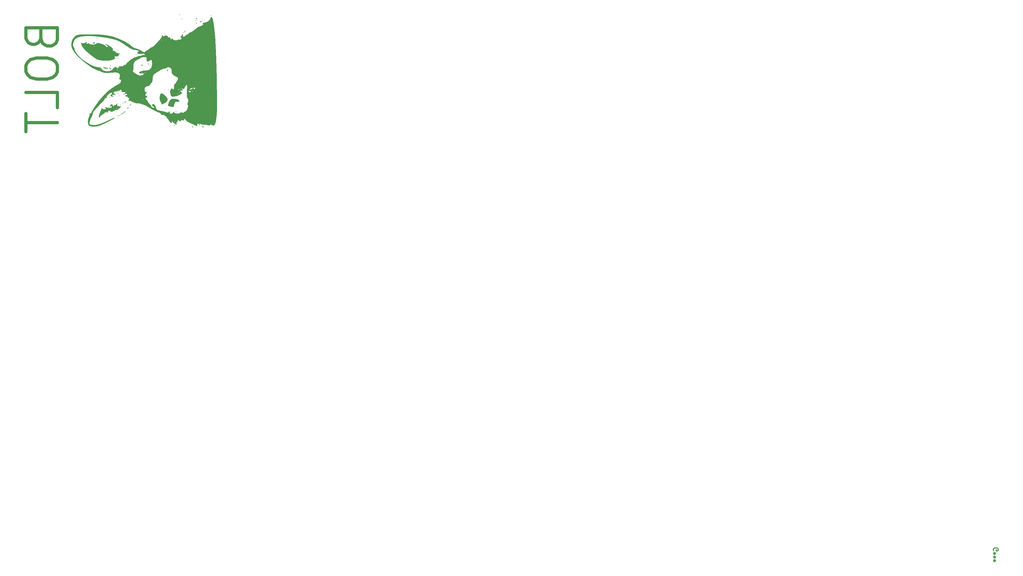
<source format=gbr>
%TF.GenerationSoftware,KiCad,Pcbnew,7.0.5*%
%TF.CreationDate,2025-02-11T02:47:10-05:00*%
%TF.ProjectId,ssr_load_switch,7373725f-6c6f-4616-945f-737769746368,rev?*%
%TF.SameCoordinates,Original*%
%TF.FileFunction,Legend,Bot*%
%TF.FilePolarity,Positive*%
%FSLAX46Y46*%
G04 Gerber Fmt 4.6, Leading zero omitted, Abs format (unit mm)*
G04 Created by KiCad (PCBNEW 7.0.5) date 2025-02-11 02:47:10*
%MOMM*%
%LPD*%
G01*
G04 APERTURE LIST*
%ADD10C,1.000000*%
%ADD11C,0.300000*%
G04 APERTURE END LIST*
D10*
X45086095Y-30502179D02*
X45562285Y-31930751D01*
X45562285Y-31930751D02*
X46038476Y-32406941D01*
X46038476Y-32406941D02*
X46990857Y-32883132D01*
X46990857Y-32883132D02*
X48419428Y-32883132D01*
X48419428Y-32883132D02*
X49371809Y-32406941D01*
X49371809Y-32406941D02*
X49848000Y-31930751D01*
X49848000Y-31930751D02*
X50324190Y-30978370D01*
X50324190Y-30978370D02*
X50324190Y-27168846D01*
X50324190Y-27168846D02*
X40324190Y-27168846D01*
X40324190Y-27168846D02*
X40324190Y-30502179D01*
X40324190Y-30502179D02*
X40800380Y-31454560D01*
X40800380Y-31454560D02*
X41276571Y-31930751D01*
X41276571Y-31930751D02*
X42228952Y-32406941D01*
X42228952Y-32406941D02*
X43181333Y-32406941D01*
X43181333Y-32406941D02*
X44133714Y-31930751D01*
X44133714Y-31930751D02*
X44609904Y-31454560D01*
X44609904Y-31454560D02*
X45086095Y-30502179D01*
X45086095Y-30502179D02*
X45086095Y-27168846D01*
X40324190Y-39073608D02*
X40324190Y-40978370D01*
X40324190Y-40978370D02*
X40800380Y-41930751D01*
X40800380Y-41930751D02*
X41752761Y-42883132D01*
X41752761Y-42883132D02*
X43657523Y-43359322D01*
X43657523Y-43359322D02*
X46990857Y-43359322D01*
X46990857Y-43359322D02*
X48895619Y-42883132D01*
X48895619Y-42883132D02*
X49848000Y-41930751D01*
X49848000Y-41930751D02*
X50324190Y-40978370D01*
X50324190Y-40978370D02*
X50324190Y-39073608D01*
X50324190Y-39073608D02*
X49848000Y-38121227D01*
X49848000Y-38121227D02*
X48895619Y-37168846D01*
X48895619Y-37168846D02*
X46990857Y-36692655D01*
X46990857Y-36692655D02*
X43657523Y-36692655D01*
X43657523Y-36692655D02*
X41752761Y-37168846D01*
X41752761Y-37168846D02*
X40800380Y-38121227D01*
X40800380Y-38121227D02*
X40324190Y-39073608D01*
X50324190Y-52406941D02*
X50324190Y-47645036D01*
X50324190Y-47645036D02*
X40324190Y-47645036D01*
X40324190Y-54311702D02*
X40324190Y-60025988D01*
X50324190Y-57168845D02*
X40324190Y-57168845D01*
D11*
%TO.C,G\u002A\u002A\u002A*%
X347254076Y-192796019D02*
X347182647Y-192653162D01*
X347182647Y-192653162D02*
X347182647Y-192438876D01*
X347182647Y-192438876D02*
X347254076Y-192224590D01*
X347254076Y-192224590D02*
X347396933Y-192081733D01*
X347396933Y-192081733D02*
X347539790Y-192010304D01*
X347539790Y-192010304D02*
X347825504Y-191938876D01*
X347825504Y-191938876D02*
X348039790Y-191938876D01*
X348039790Y-191938876D02*
X348325504Y-192010304D01*
X348325504Y-192010304D02*
X348468361Y-192081733D01*
X348468361Y-192081733D02*
X348611219Y-192224590D01*
X348611219Y-192224590D02*
X348682647Y-192438876D01*
X348682647Y-192438876D02*
X348682647Y-192581733D01*
X348682647Y-192581733D02*
X348611219Y-192796019D01*
X348611219Y-192796019D02*
X348539790Y-192867447D01*
X348539790Y-192867447D02*
X348039790Y-192867447D01*
X348039790Y-192867447D02*
X348039790Y-192581733D01*
X347182647Y-193724590D02*
X347539790Y-193724590D01*
X347396933Y-193367447D02*
X347539790Y-193724590D01*
X347539790Y-193724590D02*
X347396933Y-194081733D01*
X347825504Y-193510304D02*
X347539790Y-193724590D01*
X347539790Y-193724590D02*
X347825504Y-193938876D01*
X347182647Y-194867447D02*
X347539790Y-194867447D01*
X347396933Y-194510304D02*
X347539790Y-194867447D01*
X347539790Y-194867447D02*
X347396933Y-195224590D01*
X347825504Y-194653161D02*
X347539790Y-194867447D01*
X347539790Y-194867447D02*
X347825504Y-195081733D01*
X347182647Y-196010304D02*
X347539790Y-196010304D01*
X347396933Y-195653161D02*
X347539790Y-196010304D01*
X347539790Y-196010304D02*
X347396933Y-196367447D01*
X347825504Y-195796018D02*
X347539790Y-196010304D01*
X347539790Y-196010304D02*
X347825504Y-196224590D01*
G36*
X89140489Y-22937659D02*
G01*
X89005383Y-23072766D01*
X88870277Y-22937659D01*
X89005383Y-22802553D01*
X89140489Y-22937659D01*
G37*
G36*
X99138362Y-23207872D02*
G01*
X99003255Y-23342979D01*
X98868149Y-23207872D01*
X99003255Y-23072766D01*
X99138362Y-23207872D01*
G37*
G36*
X89951128Y-24288723D02*
G01*
X89816021Y-24423830D01*
X89680915Y-24288723D01*
X89816021Y-24153617D01*
X89951128Y-24288723D01*
G37*
G36*
X96436234Y-24558936D02*
G01*
X96301128Y-24694042D01*
X96166021Y-24558936D01*
X96301128Y-24423830D01*
X96436234Y-24558936D01*
G37*
G36*
X94274532Y-24829149D02*
G01*
X94139425Y-24964255D01*
X94004319Y-24829149D01*
X94139425Y-24694042D01*
X94274532Y-24829149D01*
G37*
G36*
X94544745Y-25639787D02*
G01*
X94409638Y-25774894D01*
X94274532Y-25639787D01*
X94409638Y-25504681D01*
X94544745Y-25639787D01*
G37*
G36*
X84546872Y-29152553D02*
G01*
X84411766Y-29287659D01*
X84276659Y-29152553D01*
X84411766Y-29017447D01*
X84546872Y-29152553D01*
G37*
G36*
X75359638Y-35637659D02*
G01*
X75224532Y-35772766D01*
X75089425Y-35637659D01*
X75224532Y-35502553D01*
X75359638Y-35637659D01*
G37*
G36*
X70225596Y-35907872D02*
G01*
X70090489Y-36042979D01*
X69955383Y-35907872D01*
X70090489Y-35772766D01*
X70225596Y-35907872D01*
G37*
G36*
X69685170Y-36718511D02*
G01*
X69550064Y-36853617D01*
X69414957Y-36718511D01*
X69550064Y-36583404D01*
X69685170Y-36718511D01*
G37*
G36*
X79953255Y-38880213D02*
G01*
X79818149Y-39015319D01*
X79683042Y-38880213D01*
X79818149Y-38745106D01*
X79953255Y-38880213D01*
G37*
G36*
X67253255Y-39150425D02*
G01*
X67118149Y-39285532D01*
X66983042Y-39150425D01*
X67118149Y-39015319D01*
X67253255Y-39150425D01*
G37*
G36*
X85627723Y-46716383D02*
G01*
X85492617Y-46851489D01*
X85357511Y-46716383D01*
X85492617Y-46581277D01*
X85627723Y-46716383D01*
G37*
G36*
X69685170Y-48067447D02*
G01*
X69550064Y-48202553D01*
X69414957Y-48067447D01*
X69550064Y-47932340D01*
X69685170Y-48067447D01*
G37*
G36*
X69955383Y-48607872D02*
G01*
X69820277Y-48742979D01*
X69685170Y-48607872D01*
X69820277Y-48472766D01*
X69955383Y-48607872D01*
G37*
G36*
X66983042Y-49148298D02*
G01*
X66847936Y-49283404D01*
X66712830Y-49148298D01*
X66847936Y-49013191D01*
X66983042Y-49148298D01*
G37*
G36*
X71306447Y-51039787D02*
G01*
X71171340Y-51174894D01*
X71036234Y-51039787D01*
X71171340Y-50904681D01*
X71306447Y-51039787D01*
G37*
G36*
X70495808Y-51580213D02*
G01*
X70360702Y-51715319D01*
X70225596Y-51580213D01*
X70360702Y-51445106D01*
X70495808Y-51580213D01*
G37*
G36*
X66712830Y-52390851D02*
G01*
X66577723Y-52525957D01*
X66442617Y-52390851D01*
X66577723Y-52255745D01*
X66712830Y-52390851D01*
G37*
G36*
X84817085Y-52661064D02*
G01*
X84681979Y-52796170D01*
X84546872Y-52661064D01*
X84681979Y-52525957D01*
X84817085Y-52661064D01*
G37*
G36*
X88059638Y-53741915D02*
G01*
X87924532Y-53877021D01*
X87789425Y-53741915D01*
X87924532Y-53606808D01*
X88059638Y-53741915D01*
G37*
G36*
X69955383Y-54822766D02*
G01*
X69820277Y-54957872D01*
X69685170Y-54822766D01*
X69820277Y-54687659D01*
X69955383Y-54822766D01*
G37*
G36*
X69414957Y-55092979D02*
G01*
X69279851Y-55228085D01*
X69144745Y-55092979D01*
X69279851Y-54957872D01*
X69414957Y-55092979D01*
G37*
G36*
X88600064Y-57254681D02*
G01*
X88464957Y-57389787D01*
X88329851Y-57254681D01*
X88464957Y-57119574D01*
X88600064Y-57254681D01*
G37*
G36*
X87519213Y-58065319D02*
G01*
X87384106Y-58200425D01*
X87249000Y-58065319D01*
X87384106Y-57930213D01*
X87519213Y-58065319D01*
G37*
G36*
X94661187Y-24194056D02*
G01*
X94741775Y-24316870D01*
X94646177Y-24370416D01*
X94223867Y-24338203D01*
X94098794Y-24240941D01*
X94387120Y-24174950D01*
X94661187Y-24194056D01*
G37*
G36*
X79285667Y-38494394D02*
G01*
X79322759Y-38655035D01*
X79283154Y-38687375D01*
X78962475Y-38655035D01*
X78920201Y-38573760D01*
X79142617Y-38474894D01*
X79285667Y-38494394D01*
G37*
G36*
X85336178Y-40478972D02*
G01*
X85317072Y-40753038D01*
X85194257Y-40833626D01*
X85140711Y-40738028D01*
X85172924Y-40315718D01*
X85270187Y-40190645D01*
X85336178Y-40478972D01*
G37*
G36*
X96063295Y-24978523D02*
G01*
X96127010Y-25119519D01*
X95746668Y-25337570D01*
X95535895Y-25384923D01*
X95492402Y-25231373D01*
X95545342Y-25160505D01*
X95911756Y-24964255D01*
X96063295Y-24978523D01*
G37*
G36*
X62361213Y-31883109D02*
G01*
X61992760Y-32084183D01*
X61791635Y-32131822D01*
X61471054Y-32034078D01*
X61497211Y-31908195D01*
X61867720Y-31792460D01*
X62207520Y-31786892D01*
X62361213Y-31883109D01*
G37*
G36*
X77233150Y-38869102D02*
G01*
X77411213Y-38996188D01*
X77485112Y-39177706D01*
X77104367Y-39108563D01*
X76907353Y-39007089D01*
X76816177Y-38819773D01*
X76879492Y-38786043D01*
X77233150Y-38869102D01*
G37*
G36*
X67090895Y-39882857D02*
G01*
X67287225Y-40094480D01*
X67379086Y-40325888D01*
X67195703Y-40346050D01*
X66876509Y-40124060D01*
X66712830Y-39799357D01*
X66785971Y-39710616D01*
X67090895Y-39882857D01*
G37*
G36*
X73711235Y-51365264D02*
G01*
X73438041Y-51730872D01*
X73224249Y-51831703D01*
X73259904Y-51631333D01*
X73581983Y-51236013D01*
X73855265Y-50980543D01*
X73941980Y-50959790D01*
X73711235Y-51365264D01*
G37*
G36*
X93151931Y-58309729D02*
G01*
X93206936Y-58345628D01*
X93455795Y-58612615D01*
X93344734Y-58740851D01*
X93283957Y-58716697D01*
X93032771Y-58428888D01*
X92967025Y-58277881D01*
X93151931Y-58309729D01*
G37*
G36*
X96394484Y-58309729D02*
G01*
X96514520Y-58393141D01*
X96706447Y-58621692D01*
X96703816Y-58659467D01*
X96547400Y-58718974D01*
X96275325Y-58428888D01*
X96209579Y-58277881D01*
X96394484Y-58309729D01*
G37*
G36*
X90977373Y-27941032D02*
G01*
X90979201Y-28117084D01*
X90559106Y-28511488D01*
X90363321Y-28662435D01*
X90223393Y-28729534D01*
X90457086Y-28409468D01*
X90704401Y-28121252D01*
X90929958Y-27936596D01*
X90977373Y-27941032D01*
G37*
G36*
X72117085Y-50467467D02*
G01*
X72104926Y-50514976D01*
X71846872Y-50769574D01*
X71751203Y-50819905D01*
X71576659Y-50801469D01*
X71588818Y-50753960D01*
X71846872Y-50499362D01*
X71942542Y-50449031D01*
X72117085Y-50467467D01*
G37*
G36*
X72927723Y-52358957D02*
G01*
X72915564Y-52406465D01*
X72657511Y-52661064D01*
X72561841Y-52711394D01*
X72387298Y-52692958D01*
X72399457Y-52645449D01*
X72657511Y-52390851D01*
X72753180Y-52340521D01*
X72927723Y-52358957D01*
G37*
G36*
X71861291Y-53588138D02*
G01*
X71517860Y-53944574D01*
X71376504Y-54077328D01*
X70818067Y-54509332D01*
X70423992Y-54679443D01*
X70339111Y-54599283D01*
X70630915Y-54372327D01*
X71065133Y-54106171D01*
X71724783Y-53637459D01*
X71855527Y-53541114D01*
X71861291Y-53588138D01*
G37*
G36*
X65248759Y-39661941D02*
G01*
X65465192Y-39731169D01*
X66059398Y-39825957D01*
X66223665Y-39839497D01*
X66442617Y-39965356D01*
X66442520Y-39967511D01*
X66200326Y-40046056D01*
X65631979Y-40042986D01*
X65623673Y-40042341D01*
X65056732Y-39927351D01*
X64821340Y-39739571D01*
X64887023Y-39636458D01*
X65248759Y-39661941D01*
G37*
G36*
X83725328Y-48002810D02*
G01*
X84344213Y-48487495D01*
X84944424Y-49061859D01*
X85304410Y-49738866D01*
X85148603Y-50340296D01*
X84479319Y-50907642D01*
X84361779Y-50978396D01*
X83655110Y-51348026D01*
X83290765Y-51425206D01*
X83316651Y-51197972D01*
X83351101Y-51117183D01*
X83210186Y-50860206D01*
X83047465Y-50708233D01*
X82851052Y-50151536D01*
X82761297Y-49396453D01*
X82796327Y-48652715D01*
X82974263Y-48130057D01*
X83119245Y-47953663D01*
X83365678Y-47837565D01*
X83725328Y-48002810D01*
G37*
G36*
X87722737Y-49670050D02*
G01*
X88463084Y-49845488D01*
X88894450Y-50123903D01*
X89013214Y-50310616D01*
X89136161Y-50499362D01*
X88962113Y-50509576D01*
X88447224Y-50539422D01*
X87869021Y-50609928D01*
X87550126Y-50855431D01*
X87384106Y-51445106D01*
X87285440Y-51847397D01*
X87141689Y-52182913D01*
X87101326Y-52207737D01*
X86697984Y-52217601D01*
X86113089Y-52101767D01*
X85586358Y-51920526D01*
X85357511Y-51734171D01*
X85410448Y-51356991D01*
X85666345Y-50656285D01*
X86032325Y-50034216D01*
X86393393Y-49714945D01*
X86900833Y-49634776D01*
X87722737Y-49670050D01*
G37*
G36*
X59579381Y-31804797D02*
G01*
X59558139Y-31873894D01*
X59570834Y-32171625D01*
X59959211Y-32124354D01*
X60287186Y-32076235D01*
X60497936Y-32222421D01*
X60525932Y-32281969D01*
X60902429Y-32413908D01*
X61578025Y-32443290D01*
X61800580Y-32427088D01*
X61984106Y-32387280D01*
X62416169Y-32293562D01*
X62658876Y-32082638D01*
X62805987Y-31944871D01*
X63301310Y-31959074D01*
X63999276Y-32128634D01*
X64746137Y-32404392D01*
X65388145Y-32737190D01*
X65771554Y-33077869D01*
X65820892Y-33142817D01*
X66230231Y-33340851D01*
X66235585Y-33340754D01*
X66286828Y-33167724D01*
X66011624Y-32763459D01*
X65496872Y-32186067D01*
X66429404Y-32663393D01*
X67363779Y-33218325D01*
X67892782Y-33753972D01*
X67902693Y-34216970D01*
X67832456Y-34362846D01*
X67914229Y-34370420D01*
X68216499Y-34388719D01*
X68684035Y-34708186D01*
X69193218Y-35058658D01*
X69803675Y-35253673D01*
X70080023Y-35298414D01*
X70022936Y-35411297D01*
X69886928Y-35499224D01*
X69685170Y-35935675D01*
X69543207Y-36190198D01*
X68996343Y-36198852D01*
X68710025Y-36157021D01*
X68428286Y-36238084D01*
X68484867Y-36632726D01*
X68548465Y-36984989D01*
X68363055Y-37006615D01*
X68232223Y-36956369D01*
X68063894Y-37123830D01*
X68042277Y-37228547D01*
X67793681Y-37258936D01*
X67690990Y-37214539D01*
X67523468Y-37344685D01*
X67508799Y-37374697D01*
X67149135Y-37475310D01*
X66395705Y-37525394D01*
X65366090Y-37515633D01*
X65080964Y-37504081D01*
X64027862Y-37429488D01*
X63281265Y-37279907D01*
X62648709Y-37000330D01*
X61937728Y-36535746D01*
X60905712Y-35761610D01*
X59721211Y-34742742D01*
X58774907Y-33775253D01*
X58130780Y-32935532D01*
X61849000Y-32935532D01*
X61984106Y-33070638D01*
X62119213Y-32935532D01*
X61984106Y-32800425D01*
X61849000Y-32935532D01*
X58130780Y-32935532D01*
X58119736Y-32921135D01*
X57808636Y-32242380D01*
X57894544Y-31800981D01*
X57954039Y-31759588D01*
X58066021Y-31919454D01*
X58184211Y-32061384D01*
X58601614Y-32065011D01*
X59116217Y-31898283D01*
X59510128Y-31608170D01*
X59624879Y-31519302D01*
X59579381Y-31804797D01*
G37*
G36*
X69347448Y-51076319D02*
G01*
X69281947Y-51580213D01*
X69269038Y-51657535D01*
X69231602Y-52064331D01*
X69304512Y-52041807D01*
X69489490Y-51836917D01*
X69846554Y-52007340D01*
X70073843Y-52138215D01*
X70576097Y-52086171D01*
X70583180Y-52081428D01*
X70659743Y-52060185D01*
X70373437Y-52323203D01*
X69814393Y-52795687D01*
X69393447Y-53119505D01*
X69174710Y-53213127D01*
X69044961Y-53146741D01*
X68924380Y-53104470D01*
X68543296Y-53259063D01*
X68104676Y-53503386D01*
X67595414Y-53671765D01*
X67205422Y-53718323D01*
X67123616Y-53597962D01*
X67103121Y-53469493D01*
X66737390Y-53409041D01*
X66450204Y-53470115D01*
X66330638Y-53644229D01*
X66355288Y-53721102D01*
X66176812Y-54009403D01*
X66060814Y-54049352D01*
X65902191Y-53842017D01*
X65902004Y-53832859D01*
X65744270Y-53768646D01*
X65370907Y-54075172D01*
X64887963Y-54491066D01*
X64286132Y-54821110D01*
X63977817Y-54983313D01*
X63887619Y-55247539D01*
X63912231Y-55370184D01*
X63644627Y-55498298D01*
X63540648Y-55488186D01*
X63412776Y-55337435D01*
X63480609Y-54916799D01*
X63753012Y-54112973D01*
X63924770Y-53654958D01*
X64263865Y-52852471D01*
X64477092Y-52520726D01*
X64551128Y-52683581D01*
X64706847Y-52843722D01*
X65203681Y-52931277D01*
X65389011Y-52927243D01*
X65683564Y-52831501D01*
X65599630Y-52661064D01*
X68874532Y-52661064D01*
X69009638Y-52796170D01*
X69144745Y-52661064D01*
X69009638Y-52525957D01*
X68874532Y-52661064D01*
X65599630Y-52661064D01*
X65541447Y-52542918D01*
X65463787Y-52443746D01*
X65403491Y-52263248D01*
X65767085Y-52372444D01*
X66379640Y-52537327D01*
X67050317Y-52545801D01*
X67507590Y-52375238D01*
X67595208Y-52052947D01*
X67441554Y-51813491D01*
X67219789Y-52030429D01*
X67098697Y-52180103D01*
X66991318Y-52120638D01*
X67024605Y-51937709D01*
X67253255Y-51445106D01*
X67444742Y-51216275D01*
X67519330Y-51393500D01*
X67556899Y-51538043D01*
X67835431Y-51554410D01*
X67986438Y-51488664D01*
X67954590Y-51673569D01*
X67898495Y-51814881D01*
X68047946Y-51985532D01*
X68126838Y-51974403D01*
X68334106Y-51699372D01*
X68350869Y-51607679D01*
X68587712Y-51569949D01*
X68796048Y-51568633D01*
X69009638Y-51364773D01*
X69131849Y-51248130D01*
X69266059Y-51048330D01*
X69347448Y-51076319D01*
G37*
G36*
X99332983Y-23798078D02*
G01*
X99560781Y-24330886D01*
X99732623Y-25120450D01*
X99733314Y-25125316D01*
X99966911Y-26826060D01*
X100155735Y-28358620D01*
X100306787Y-29824223D01*
X100427071Y-31324096D01*
X100523590Y-32959469D01*
X100603345Y-34831567D01*
X100673340Y-37041618D01*
X100740578Y-39690851D01*
X100746767Y-39954543D01*
X100818227Y-43059379D01*
X100874717Y-45679947D01*
X100916027Y-47868161D01*
X100941950Y-49675935D01*
X100952279Y-51155181D01*
X100946806Y-52357813D01*
X100925322Y-53335744D01*
X100887620Y-54140887D01*
X100833492Y-54825156D01*
X100762730Y-55440464D01*
X100675126Y-56038723D01*
X100557280Y-56723959D01*
X100335553Y-57584872D01*
X100050131Y-58013919D01*
X99638513Y-58080394D01*
X99038200Y-57853592D01*
X98702521Y-57734895D01*
X98723075Y-57914085D01*
X98747307Y-57957845D01*
X98669569Y-58105990D01*
X98147705Y-58019519D01*
X97494429Y-57896765D01*
X96706447Y-57849725D01*
X96207265Y-57802886D01*
X95641279Y-57568590D01*
X95375856Y-57391179D01*
X95454567Y-57592447D01*
X95516752Y-57755595D01*
X95371330Y-57930213D01*
X95292439Y-57919084D01*
X95085170Y-57644053D01*
X95058561Y-57540834D01*
X94796536Y-57536279D01*
X94686736Y-57647561D01*
X94647652Y-58078847D01*
X94660399Y-58301960D01*
X94328307Y-58238161D01*
X93020872Y-57634064D01*
X91977216Y-57090157D01*
X91297918Y-56640507D01*
X90906240Y-56240312D01*
X90716518Y-55981116D01*
X90532839Y-55843609D01*
X90491553Y-56131915D01*
X90491478Y-56146828D01*
X90365608Y-56475601D01*
X89917289Y-56433303D01*
X89576128Y-56370839D01*
X89500084Y-56505164D01*
X89526564Y-56628399D01*
X89263709Y-56759291D01*
X89088960Y-56735711D01*
X88870277Y-56534113D01*
X88859612Y-56473312D01*
X88584117Y-56308936D01*
X88486381Y-56330152D01*
X88464957Y-56579149D01*
X88507179Y-56683819D01*
X88345798Y-56849362D01*
X88141039Y-57052704D01*
X88028293Y-57592447D01*
X88024230Y-57675642D01*
X87967775Y-58027839D01*
X87870494Y-57847706D01*
X87745331Y-57593010D01*
X87428967Y-57466543D01*
X87114876Y-57342537D01*
X86858307Y-56984468D01*
X87249000Y-56984468D01*
X87384106Y-57119574D01*
X87519213Y-56984468D01*
X87384106Y-56849362D01*
X87249000Y-56984468D01*
X86858307Y-56984468D01*
X86778807Y-56873517D01*
X86625666Y-56563759D01*
X86525680Y-56435992D01*
X86593817Y-56780108D01*
X86603185Y-57178449D01*
X86379095Y-57255076D01*
X86015179Y-56992468D01*
X85620053Y-56429711D01*
X85315692Y-55981037D01*
X85025690Y-55768511D01*
X84947354Y-55748424D01*
X84952191Y-55498298D01*
X84977611Y-55359082D01*
X84697926Y-55228085D01*
X84496122Y-55190968D01*
X84276659Y-54926357D01*
X84169153Y-54772144D01*
X83736234Y-54765953D01*
X83394423Y-54792777D01*
X83195808Y-54527256D01*
X83160258Y-54362496D01*
X82838474Y-54147234D01*
X82628116Y-54094243D01*
X81998497Y-53823210D01*
X81120364Y-53381628D01*
X80124732Y-52836570D01*
X79142617Y-52255111D01*
X79035203Y-52190123D01*
X78114696Y-51722822D01*
X77131186Y-51342225D01*
X76262214Y-51108569D01*
X75685323Y-51082093D01*
X75657798Y-51088600D01*
X74985775Y-51022382D01*
X74159383Y-50644173D01*
X73982531Y-50540973D01*
X73307976Y-50262180D01*
X72865098Y-50262026D01*
X72695928Y-50308802D01*
X72898676Y-50004276D01*
X72930203Y-49958936D01*
X77251128Y-49958936D01*
X77386234Y-50094042D01*
X77521340Y-49958936D01*
X77386234Y-49823830D01*
X77251128Y-49958936D01*
X72930203Y-49958936D01*
X73108218Y-49702930D01*
X73168888Y-49470584D01*
X73162661Y-49466624D01*
X72848597Y-49296998D01*
X72277809Y-49004241D01*
X72041022Y-48878085D01*
X72387298Y-48878085D01*
X72522404Y-49013191D01*
X72657511Y-48878085D01*
X72522404Y-48742979D01*
X72387298Y-48878085D01*
X72041022Y-48878085D01*
X72040474Y-48877793D01*
X71753903Y-48643149D01*
X71940043Y-48520506D01*
X72164451Y-48442644D01*
X72387298Y-48182740D01*
X72347072Y-48000009D01*
X72089830Y-47968588D01*
X71491342Y-48217460D01*
X71214694Y-48347919D01*
X71077355Y-48376472D01*
X71374000Y-48120118D01*
X71781883Y-47697294D01*
X71767622Y-47472510D01*
X71328240Y-47520104D01*
X70900116Y-47521476D01*
X70618466Y-47082480D01*
X70596810Y-47019736D01*
X78001966Y-47019736D01*
X78193050Y-47490904D01*
X78569135Y-47542030D01*
X78680565Y-47504548D01*
X78861653Y-47484888D01*
X78602191Y-47729995D01*
X78518414Y-47805065D01*
X78200991Y-48232904D01*
X78135887Y-48579877D01*
X78365755Y-48675425D01*
X78494316Y-48676009D01*
X78793592Y-48945638D01*
X78790521Y-49125259D01*
X78470302Y-49283404D01*
X78299349Y-49288157D01*
X78168711Y-49384478D01*
X78447784Y-49708024D01*
X78702578Y-50000299D01*
X78872404Y-50318764D01*
X78880731Y-50356651D01*
X79111163Y-50717055D01*
X79558871Y-51245208D01*
X79690766Y-51392113D01*
X80009800Y-51816842D01*
X80031744Y-51989670D01*
X79979742Y-52030572D01*
X80164231Y-52211924D01*
X80514542Y-52419864D01*
X80831447Y-52521820D01*
X80886206Y-52512258D01*
X81034106Y-52239797D01*
X81019998Y-52152444D01*
X80792208Y-52103139D01*
X80768738Y-52115472D01*
X80506467Y-52018887D01*
X80343317Y-51673620D01*
X80412721Y-51345925D01*
X80617248Y-51268234D01*
X81034593Y-51445262D01*
X81410927Y-51862528D01*
X81574532Y-52368843D01*
X81595967Y-52594730D01*
X81839091Y-52994790D01*
X82430403Y-53280051D01*
X83466021Y-53508421D01*
X84050489Y-53634120D01*
X84868608Y-53865593D01*
X85077963Y-53929848D01*
X85521645Y-53953219D01*
X85715455Y-53654717D01*
X85722008Y-53630378D01*
X85816174Y-53455615D01*
X85866591Y-53809468D01*
X86023888Y-54303020D01*
X86433211Y-54359868D01*
X87071512Y-53944574D01*
X87071805Y-53944318D01*
X87395354Y-53709803D01*
X87414607Y-53809468D01*
X87348014Y-53969052D01*
X87384106Y-54051527D01*
X87435712Y-54169454D01*
X87774265Y-54215920D01*
X88397404Y-54313804D01*
X88909513Y-54324244D01*
X89140489Y-54127185D01*
X89279933Y-53954688D01*
X89816021Y-53987982D01*
X90269413Y-54035260D01*
X90491553Y-53882169D01*
X90530028Y-53762440D01*
X90875917Y-53606808D01*
X91088852Y-53506860D01*
X91408348Y-53054106D01*
X91651763Y-52424350D01*
X91746065Y-51827489D01*
X91618219Y-51473422D01*
X91493926Y-51336860D01*
X91582530Y-50897549D01*
X91762992Y-50498975D01*
X91807858Y-49843000D01*
X91539776Y-49398345D01*
X91406701Y-49146731D01*
X91328144Y-48356434D01*
X91357305Y-47227899D01*
X91842617Y-47227899D01*
X91892400Y-47297838D01*
X92247936Y-47489631D01*
X92455187Y-47532109D01*
X92653255Y-47383434D01*
X92607594Y-47263113D01*
X92591558Y-47256808D01*
X92923468Y-47256808D01*
X93058574Y-47391915D01*
X93193681Y-47256808D01*
X93058574Y-47121702D01*
X92923468Y-47256808D01*
X92591558Y-47256808D01*
X92247936Y-47121702D01*
X92063268Y-47133440D01*
X91842617Y-47227899D01*
X91357305Y-47227899D01*
X91361788Y-47054423D01*
X91381187Y-46700593D01*
X92112830Y-46700593D01*
X92219742Y-46732346D01*
X92247936Y-46727613D01*
X92653255Y-46659570D01*
X92968678Y-46530108D01*
X93058574Y-46426203D01*
X93158189Y-46311064D01*
X93463894Y-46311064D01*
X93471746Y-46375651D01*
X93734106Y-46581277D01*
X93798694Y-46573424D01*
X94004319Y-46311064D01*
X93996467Y-46246476D01*
X93734106Y-46040851D01*
X93669519Y-46048703D01*
X93463894Y-46311064D01*
X93158189Y-46311064D01*
X93193681Y-46270041D01*
X93068819Y-46178143D01*
X92653255Y-46311064D01*
X92318905Y-46511645D01*
X92112830Y-46700593D01*
X91381187Y-46700593D01*
X91412675Y-46126264D01*
X91427453Y-45459781D01*
X91375191Y-45190727D01*
X91237279Y-45242078D01*
X90995105Y-45536812D01*
X90652421Y-46045380D01*
X90497562Y-46407527D01*
X90422489Y-46505904D01*
X90048014Y-46468894D01*
X89979896Y-46443418D01*
X89750106Y-46414915D01*
X89936962Y-46699315D01*
X90028357Y-46814833D01*
X90079667Y-47018141D01*
X89680915Y-46986596D01*
X89475122Y-46951188D01*
X89248564Y-46993528D01*
X89454201Y-47309221D01*
X89666453Y-47581886D01*
X89816021Y-47833561D01*
X89636622Y-48072055D01*
X89091294Y-48398982D01*
X88351525Y-48702226D01*
X87593192Y-48897597D01*
X86985802Y-48967011D01*
X86543239Y-48884174D01*
X86311123Y-48568502D01*
X86230889Y-48356985D01*
X86159164Y-48067447D01*
X88329851Y-48067447D01*
X88464957Y-48202553D01*
X88600064Y-48067447D01*
X88464957Y-47932340D01*
X88329851Y-48067447D01*
X86159164Y-48067447D01*
X86052099Y-47635254D01*
X86049948Y-47527021D01*
X88870277Y-47527021D01*
X89005383Y-47662128D01*
X89140489Y-47527021D01*
X89005383Y-47391915D01*
X88870277Y-47527021D01*
X86049948Y-47527021D01*
X86040986Y-47076095D01*
X86207890Y-46851489D01*
X86297327Y-46828968D01*
X86299118Y-46574582D01*
X86258145Y-46472060D01*
X86398804Y-46367919D01*
X86729181Y-46462532D01*
X87042203Y-46716383D01*
X87126283Y-46754070D01*
X87143125Y-46716383D01*
X88600064Y-46716383D01*
X88735170Y-46851489D01*
X88870277Y-46716383D01*
X88735170Y-46581277D01*
X88600064Y-46716383D01*
X87143125Y-46716383D01*
X87244132Y-46490358D01*
X87248749Y-46446170D01*
X89140489Y-46446170D01*
X89275596Y-46581277D01*
X89410702Y-46446170D01*
X89275596Y-46311064D01*
X89140489Y-46446170D01*
X87248749Y-46446170D01*
X87300689Y-45949121D01*
X87269170Y-45297766D01*
X87269389Y-45169383D01*
X87449108Y-44960000D01*
X87483788Y-44952808D01*
X87781098Y-44675661D01*
X88151163Y-44143779D01*
X88464957Y-43563057D01*
X88466610Y-43559998D01*
X88600064Y-43127154D01*
X88598349Y-43109398D01*
X88340994Y-42828320D01*
X87779099Y-42523808D01*
X87085545Y-42105442D01*
X86572486Y-41398367D01*
X86527926Y-40593496D01*
X86462981Y-40152259D01*
X86061989Y-39762402D01*
X85513344Y-39600318D01*
X85025926Y-39779245D01*
X84744915Y-39957833D01*
X84123951Y-40096170D01*
X83558795Y-40228440D01*
X82894483Y-40597196D01*
X82256259Y-41040123D01*
X81462291Y-41506353D01*
X81015330Y-41798017D01*
X80706227Y-42282538D01*
X80564430Y-43095685D01*
X80528728Y-43413421D01*
X80406036Y-44083994D01*
X80271351Y-44415784D01*
X80110530Y-44594904D01*
X79802079Y-45073895D01*
X79513130Y-45389385D01*
X78899060Y-45638545D01*
X78428175Y-45747589D01*
X78012664Y-46205661D01*
X78001966Y-47019736D01*
X70596810Y-47019736D01*
X70520798Y-46799500D01*
X70355401Y-46646867D01*
X70076092Y-46960589D01*
X69802079Y-47212255D01*
X69232142Y-47287484D01*
X68924638Y-47247111D01*
X68334106Y-47403218D01*
X68186759Y-47512964D01*
X68114489Y-47753279D01*
X68469213Y-48100529D01*
X68786201Y-48358014D01*
X68828655Y-48461244D01*
X68424400Y-48354615D01*
X68027839Y-48307416D01*
X67665368Y-48461774D01*
X67623269Y-48578754D01*
X67822769Y-48742979D01*
X67943465Y-48754881D01*
X68012498Y-48884445D01*
X67880756Y-48932784D01*
X67433981Y-48858200D01*
X67258801Y-48783907D01*
X67141607Y-48602710D01*
X67431495Y-48255924D01*
X67670362Y-47927248D01*
X67583493Y-47735598D01*
X67184045Y-47784963D01*
X66574233Y-48094581D01*
X66114524Y-48511957D01*
X65986747Y-49037135D01*
X66004555Y-49332995D01*
X65736501Y-49369384D01*
X65554787Y-49340099D01*
X65361766Y-49545892D01*
X65297167Y-49741702D01*
X65012057Y-50152001D01*
X64460826Y-50790911D01*
X63601628Y-51706353D01*
X62392619Y-52946250D01*
X62202723Y-53149984D01*
X61756951Y-53742354D01*
X61578787Y-54172627D01*
X61562766Y-54300788D01*
X61373146Y-54890014D01*
X61038362Y-55633404D01*
X60921679Y-55876882D01*
X60619192Y-56684766D01*
X60497936Y-57311815D01*
X60506286Y-57505282D01*
X60633696Y-57784604D01*
X61024177Y-57904623D01*
X61816000Y-57930213D01*
X62079740Y-57926415D01*
X62802432Y-57861729D01*
X63556948Y-57687989D01*
X64453958Y-57367794D01*
X65604135Y-56863746D01*
X67118149Y-56138446D01*
X67453651Y-55976820D01*
X68163584Y-55664297D01*
X68468903Y-55585860D01*
X68334106Y-55752771D01*
X68163339Y-55885438D01*
X67793123Y-56140520D01*
X67306743Y-56423071D01*
X66610473Y-56782634D01*
X65610588Y-57268750D01*
X64213362Y-57930963D01*
X63821513Y-58091372D01*
X62791143Y-58356371D01*
X61740871Y-58460276D01*
X60845982Y-58393481D01*
X60281766Y-58146383D01*
X60093682Y-57825956D01*
X59970538Y-57044689D01*
X60058376Y-56115009D01*
X60352053Y-55248925D01*
X60366785Y-55220025D01*
X60576797Y-54635499D01*
X60554713Y-54273277D01*
X60500913Y-54194551D01*
X60669875Y-54235979D01*
X60868841Y-54252937D01*
X61131218Y-53941535D01*
X61174630Y-53827907D01*
X61475969Y-53226007D01*
X61905023Y-52502154D01*
X63377397Y-50387674D01*
X65112631Y-48339570D01*
X66581458Y-46986596D01*
X69414957Y-46986596D01*
X69550064Y-47121702D01*
X69685170Y-46986596D01*
X69550064Y-46851489D01*
X69414957Y-46986596D01*
X66581458Y-46986596D01*
X66859495Y-46730489D01*
X68571881Y-45608111D01*
X69293783Y-45217980D01*
X69550064Y-45062568D01*
X69957397Y-44815556D01*
X70289011Y-44556130D01*
X70396846Y-44363431D01*
X70494099Y-43896689D01*
X70416064Y-43539911D01*
X70183416Y-43499898D01*
X70129488Y-43528453D01*
X69976863Y-43428352D01*
X70034894Y-42873613D01*
X70107518Y-42352072D01*
X70010518Y-41753223D01*
X69591607Y-41418149D01*
X68784639Y-41307569D01*
X67523468Y-41382203D01*
X67401899Y-41394478D01*
X66317394Y-41475298D01*
X65505290Y-41436685D01*
X64726138Y-41246345D01*
X63740489Y-40871982D01*
X63619184Y-40822389D01*
X62421120Y-40315959D01*
X62246374Y-40231277D01*
X63740489Y-40231277D01*
X63875596Y-40366383D01*
X64010702Y-40231277D01*
X63875596Y-40096170D01*
X63740489Y-40231277D01*
X62246374Y-40231277D01*
X61503415Y-39871239D01*
X60692944Y-39385410D01*
X59816580Y-38755652D01*
X58701197Y-37879147D01*
X58122456Y-37406303D01*
X56582663Y-36003404D01*
X55510545Y-34744439D01*
X54880189Y-33585884D01*
X54687097Y-32594200D01*
X55220624Y-32594200D01*
X55481938Y-33217627D01*
X55486939Y-33225275D01*
X55746571Y-33688846D01*
X55768503Y-33881277D01*
X55750422Y-33892613D01*
X55812445Y-34183727D01*
X56066991Y-34745222D01*
X56663538Y-35630020D01*
X57768841Y-36761434D01*
X59137405Y-37824613D01*
X60627608Y-38724781D01*
X62097830Y-39367161D01*
X63406449Y-39656976D01*
X63618823Y-39675709D01*
X63875596Y-39742397D01*
X64209240Y-39829050D01*
X64349386Y-40126242D01*
X64407916Y-40344662D01*
X64837384Y-40647864D01*
X65533464Y-40852127D01*
X66327440Y-40915593D01*
X67050596Y-40796403D01*
X67244875Y-40697079D01*
X74160575Y-40697079D01*
X74330261Y-40990644D01*
X74809006Y-41458216D01*
X75409257Y-41897562D01*
X76383152Y-42242399D01*
X77364134Y-42093856D01*
X77386234Y-42085000D01*
X77431447Y-42066881D01*
X77770985Y-41827888D01*
X77610805Y-41648768D01*
X76987671Y-41579728D01*
X76983278Y-41579739D01*
X76418004Y-41501715D01*
X76182172Y-41312128D01*
X76980915Y-41312128D01*
X77116021Y-41447234D01*
X77251128Y-41312128D01*
X78061766Y-41312128D01*
X78196872Y-41447234D01*
X78331979Y-41312128D01*
X78196872Y-41177021D01*
X78061766Y-41312128D01*
X77251128Y-41312128D01*
X77116021Y-41177021D01*
X76980915Y-41312128D01*
X76182172Y-41312128D01*
X76237746Y-41183306D01*
X76700586Y-40923863D01*
X77116021Y-40821011D01*
X77540431Y-40715937D01*
X78196872Y-40642414D01*
X78645675Y-40592147D01*
X78838051Y-40576495D01*
X79369474Y-40467470D01*
X79515874Y-40314505D01*
X79499234Y-40210415D01*
X79772639Y-40096170D01*
X79983048Y-39976175D01*
X80210175Y-39452326D01*
X80317302Y-38652270D01*
X80271969Y-37729831D01*
X80211066Y-37409573D01*
X80033664Y-37274464D01*
X79603866Y-37527172D01*
X79466181Y-37621588D01*
X78927685Y-37896202D01*
X78668940Y-37751743D01*
X78602191Y-37155664D01*
X78552447Y-36644402D01*
X78291566Y-36429310D01*
X77656447Y-36402062D01*
X77533549Y-36407111D01*
X76948630Y-36491870D01*
X76710702Y-36636814D01*
X76698990Y-36674971D01*
X76388165Y-36930332D01*
X75786707Y-37232434D01*
X74892192Y-37798061D01*
X74408674Y-38632460D01*
X74401403Y-39719304D01*
X74429054Y-39878406D01*
X74444386Y-40463121D01*
X74223478Y-40647577D01*
X74160575Y-40697079D01*
X67244875Y-40697079D01*
X67567775Y-40531998D01*
X67592155Y-40501489D01*
X69144745Y-40501489D01*
X69279851Y-40636596D01*
X69414957Y-40501489D01*
X69279851Y-40366383D01*
X69144745Y-40501489D01*
X67592155Y-40501489D01*
X67795789Y-40246667D01*
X67969346Y-39975412D01*
X68461265Y-39653467D01*
X68914604Y-39500713D01*
X69067135Y-39619690D01*
X69071504Y-39735941D01*
X69279851Y-39948454D01*
X69347404Y-40017358D01*
X69530379Y-40011136D01*
X69681328Y-39690851D01*
X69955383Y-39690851D01*
X70090489Y-39825957D01*
X70225596Y-39690851D01*
X70090489Y-39555745D01*
X69955383Y-39690851D01*
X69681328Y-39690851D01*
X69685170Y-39682700D01*
X69695241Y-39556383D01*
X69907833Y-39327261D01*
X70090489Y-39332203D01*
X70495808Y-39343170D01*
X70500932Y-39343919D01*
X71115307Y-39344699D01*
X71306447Y-39087679D01*
X71335324Y-38931908D01*
X71558171Y-38868786D01*
X71790957Y-38859508D01*
X72166150Y-38535648D01*
X72522404Y-38143632D01*
X72705350Y-37942321D01*
X73691558Y-37159840D01*
X74784055Y-36518221D01*
X75764957Y-36161221D01*
X75873509Y-36139956D01*
X76642292Y-35985176D01*
X77102101Y-35878700D01*
X77453787Y-35774544D01*
X77656447Y-35757655D01*
X77859106Y-35740767D01*
X77867714Y-35742019D01*
X78061766Y-35653607D01*
X78007123Y-35510921D01*
X77538386Y-35347670D01*
X76624544Y-35384322D01*
X76242182Y-35420297D01*
X75763520Y-35363538D01*
X75629851Y-35099805D01*
X75662673Y-34910704D01*
X75916011Y-34691915D01*
X76013746Y-34670699D01*
X76035170Y-34421702D01*
X76007139Y-34388357D01*
X75583472Y-34220034D01*
X74895373Y-34151489D01*
X74354063Y-34091937D01*
X73522069Y-33760534D01*
X72500804Y-33078041D01*
X72323207Y-32944543D01*
X71142426Y-32106557D01*
X70100770Y-31499352D01*
X69029183Y-31050275D01*
X67758606Y-30686676D01*
X66119983Y-30335901D01*
X65638329Y-30244398D01*
X63241924Y-29883400D01*
X61084089Y-29715601D01*
X59211064Y-29735569D01*
X57669089Y-29937872D01*
X56504402Y-30317077D01*
X55763246Y-30867754D01*
X55491858Y-31584468D01*
X55470887Y-31720846D01*
X55265907Y-32204330D01*
X55220624Y-32594200D01*
X54687097Y-32594200D01*
X54665682Y-32484216D01*
X54841108Y-31395912D01*
X54852006Y-31363657D01*
X55336429Y-30456605D01*
X56010800Y-29752264D01*
X56208333Y-29617932D01*
X56548153Y-29439824D01*
X56968941Y-29319736D01*
X57562553Y-29248814D01*
X58420847Y-29218201D01*
X59635678Y-29219044D01*
X61084089Y-29239458D01*
X61298904Y-29242486D01*
X63166485Y-29287689D01*
X64628641Y-29361527D01*
X65783582Y-29475240D01*
X66748294Y-29640376D01*
X67639765Y-29868486D01*
X69756739Y-30584165D01*
X71830527Y-31549305D01*
X73458166Y-32656978D01*
X73931995Y-33027055D01*
X74577489Y-33447433D01*
X74992262Y-33611064D01*
X75207177Y-33652651D01*
X75837928Y-33890768D01*
X76621713Y-34269740D01*
X77859033Y-34928416D01*
X78703485Y-34337293D01*
X78838261Y-34241892D01*
X79390917Y-33826580D01*
X79685600Y-33565176D01*
X79764968Y-33490580D01*
X80198142Y-33294963D01*
X80247089Y-33279970D01*
X80743795Y-32962785D01*
X81412791Y-32367666D01*
X82137745Y-31620761D01*
X82633864Y-31044042D01*
X83195808Y-31044042D01*
X83330915Y-31179149D01*
X83466021Y-31044042D01*
X83330915Y-30908936D01*
X83195808Y-31044042D01*
X82633864Y-31044042D01*
X82802322Y-30848216D01*
X83290189Y-30176180D01*
X83330915Y-30083078D01*
X83485013Y-29730800D01*
X83496923Y-29454793D01*
X83556220Y-29317866D01*
X83736234Y-29692979D01*
X83891090Y-29961960D01*
X83987455Y-29895638D01*
X84206156Y-29633103D01*
X84676686Y-29558313D01*
X85145027Y-29669162D01*
X85357511Y-29954711D01*
X85414229Y-30154496D01*
X85513344Y-30166300D01*
X85762830Y-30196014D01*
X86015343Y-30172729D01*
X86168149Y-30507793D01*
X86171695Y-30643711D01*
X86275453Y-30829196D01*
X86625338Y-30604256D01*
X86878143Y-30437719D01*
X86897418Y-30542346D01*
X86881538Y-30573606D01*
X86987145Y-30841643D01*
X87423998Y-31025404D01*
X88003750Y-31077862D01*
X88538055Y-30951989D01*
X88735170Y-30880166D01*
X88835059Y-30843770D01*
X89005383Y-30840113D01*
X89275596Y-30834311D01*
X89343149Y-30832861D01*
X89521603Y-30829398D01*
X89680915Y-30510188D01*
X89635089Y-30293888D01*
X89382674Y-30250727D01*
X89353138Y-30266513D01*
X89315158Y-30152951D01*
X89548857Y-29726248D01*
X89631658Y-29601087D01*
X89992518Y-29117694D01*
X90135349Y-29096902D01*
X90092187Y-29526961D01*
X90124067Y-29896803D01*
X90513021Y-29900765D01*
X90807827Y-29781130D01*
X91031979Y-29526357D01*
X91077467Y-29416821D01*
X91437298Y-29287659D01*
X91623483Y-29259317D01*
X91842617Y-29035656D01*
X91968993Y-28839815D01*
X92429840Y-28597275D01*
X92590513Y-28542989D01*
X93068819Y-28318067D01*
X93077657Y-28313911D01*
X93621833Y-27923541D01*
X93734106Y-27826107D01*
X94385203Y-27261064D01*
X94948975Y-26878776D01*
X95642988Y-26625237D01*
X95733261Y-26610098D01*
X96310563Y-26380472D01*
X96548509Y-26043937D01*
X96354417Y-25718610D01*
X96328711Y-25700578D01*
X96368645Y-25564060D01*
X96858155Y-25508818D01*
X97277978Y-25451734D01*
X98040900Y-25109061D01*
X98631210Y-24574640D01*
X98868149Y-23985467D01*
X98914040Y-23791202D01*
X99205915Y-23679315D01*
X99332983Y-23798078D01*
G37*
%TD*%
M02*

</source>
